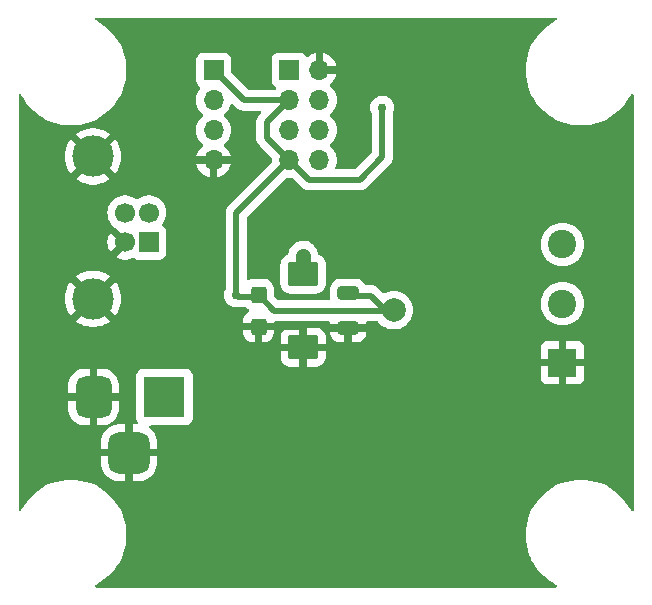
<source format=gbr>
%TF.GenerationSoftware,KiCad,Pcbnew,7.0.9-7.0.9~ubuntu20.04.1*%
%TF.CreationDate,2024-01-05T14:18:08+00:00*%
%TF.ProjectId,ESP01LEDDriver,45535030-314c-4454-9444-72697665722e,rev?*%
%TF.SameCoordinates,Original*%
%TF.FileFunction,Copper,L2,Bot*%
%TF.FilePolarity,Positive*%
%FSLAX46Y46*%
G04 Gerber Fmt 4.6, Leading zero omitted, Abs format (unit mm)*
G04 Created by KiCad (PCBNEW 7.0.9-7.0.9~ubuntu20.04.1) date 2024-01-05 14:18:08*
%MOMM*%
%LPD*%
G01*
G04 APERTURE LIST*
G04 Aperture macros list*
%AMRoundRect*
0 Rectangle with rounded corners*
0 $1 Rounding radius*
0 $2 $3 $4 $5 $6 $7 $8 $9 X,Y pos of 4 corners*
0 Add a 4 corners polygon primitive as box body*
4,1,4,$2,$3,$4,$5,$6,$7,$8,$9,$2,$3,0*
0 Add four circle primitives for the rounded corners*
1,1,$1+$1,$2,$3*
1,1,$1+$1,$4,$5*
1,1,$1+$1,$6,$7*
1,1,$1+$1,$8,$9*
0 Add four rect primitives between the rounded corners*
20,1,$1+$1,$2,$3,$4,$5,0*
20,1,$1+$1,$4,$5,$6,$7,0*
20,1,$1+$1,$6,$7,$8,$9,0*
20,1,$1+$1,$8,$9,$2,$3,0*%
G04 Aperture macros list end*
%TA.AperFunction,ComponentPad*%
%ADD10R,1.700000X1.700000*%
%TD*%
%TA.AperFunction,ComponentPad*%
%ADD11O,1.700000X1.700000*%
%TD*%
%TA.AperFunction,ComponentPad*%
%ADD12R,3.500000X3.500000*%
%TD*%
%TA.AperFunction,ComponentPad*%
%ADD13RoundRect,0.750000X-0.750000X-1.000000X0.750000X-1.000000X0.750000X1.000000X-0.750000X1.000000X0*%
%TD*%
%TA.AperFunction,ComponentPad*%
%ADD14RoundRect,0.875000X-0.875000X-0.875000X0.875000X-0.875000X0.875000X0.875000X-0.875000X0.875000X0*%
%TD*%
%TA.AperFunction,ComponentPad*%
%ADD15C,1.700000*%
%TD*%
%TA.AperFunction,ComponentPad*%
%ADD16C,3.500000*%
%TD*%
%TA.AperFunction,ComponentPad*%
%ADD17C,2.000000*%
%TD*%
%TA.AperFunction,ComponentPad*%
%ADD18R,2.400000X2.400000*%
%TD*%
%TA.AperFunction,ComponentPad*%
%ADD19C,2.400000*%
%TD*%
%TA.AperFunction,SMDPad,CuDef*%
%ADD20RoundRect,0.250000X-0.650000X0.325000X-0.650000X-0.325000X0.650000X-0.325000X0.650000X0.325000X0*%
%TD*%
%TA.AperFunction,SMDPad,CuDef*%
%ADD21RoundRect,0.250000X-0.425000X0.450000X-0.425000X-0.450000X0.425000X-0.450000X0.425000X0.450000X0*%
%TD*%
%TA.AperFunction,SMDPad,CuDef*%
%ADD22RoundRect,0.250000X-1.025000X0.787500X-1.025000X-0.787500X1.025000X-0.787500X1.025000X0.787500X0*%
%TD*%
%TA.AperFunction,ViaPad*%
%ADD23C,0.762000*%
%TD*%
%TA.AperFunction,Conductor*%
%ADD24C,1.270000*%
%TD*%
%TA.AperFunction,Conductor*%
%ADD25C,0.508000*%
%TD*%
G04 APERTURE END LIST*
D10*
%TO.P,J2,1,Pin_1*%
%TO.N,/UART_TX*%
X36258500Y-21590000D03*
D11*
%TO.P,J2,2,Pin_2*%
%TO.N,GND*%
X38798500Y-21590000D03*
%TO.P,J2,3,Pin_3*%
%TO.N,+3V3*%
X36258500Y-24130000D03*
%TO.P,J2,4,Pin_4*%
%TO.N,/GPIO2*%
X38798500Y-24130000D03*
%TO.P,J2,5,Pin_5*%
%TO.N,/RST*%
X36258500Y-26670000D03*
%TO.P,J2,6,Pin_6*%
%TO.N,/GPIO0*%
X38798500Y-26670000D03*
%TO.P,J2,7,Pin_7*%
%TO.N,+3V3*%
X36258500Y-29210000D03*
%TO.P,J2,8,Pin_8*%
%TO.N,/UART_RX*%
X38798500Y-29210000D03*
%TD*%
D12*
%TO.P,CON1,1*%
%TO.N,+5V*%
X25685000Y-49276000D03*
D13*
%TO.P,CON1,2*%
%TO.N,GND*%
X19685000Y-49276000D03*
D14*
%TO.P,CON1,3*%
X22685000Y-53976000D03*
%TD*%
D10*
%TO.P,J4,1,VBUS*%
%TO.N,+5V*%
X24357500Y-36175000D03*
D15*
%TO.P,J4,2,D-*%
%TO.N,unconnected-(J4-D--Pad2)*%
X24357500Y-33675000D03*
%TO.P,J4,3,D+*%
%TO.N,unconnected-(J4-D+-Pad3)*%
X22357500Y-33675000D03*
%TO.P,J4,4,GND*%
%TO.N,GND*%
X22357500Y-36175000D03*
D16*
%TO.P,J4,5,Shield*%
X19647500Y-40945000D03*
X19647500Y-28905000D03*
%TD*%
D10*
%TO.P,J1,1,Pin_1*%
%TO.N,+3V3*%
X29845000Y-21600000D03*
D11*
%TO.P,J1,2,Pin_2*%
%TO.N,/UART_TX*%
X29845000Y-24140000D03*
%TO.P,J1,3,Pin_3*%
%TO.N,/UART_RX*%
X29845000Y-26680000D03*
%TO.P,J1,4,Pin_4*%
%TO.N,GND*%
X29845000Y-29220000D03*
%TD*%
D17*
%TO.P,TP1,1,1*%
%TO.N,+3V3*%
X45085000Y-41910000D03*
%TD*%
D18*
%TO.P,J3,1,Pin_1*%
%TO.N,GND*%
X59390000Y-46355000D03*
D19*
%TO.P,J3,2,Pin_2*%
%TO.N,Net-(J3-Pin_2)*%
X59390000Y-41355000D03*
%TO.P,J3,3,Pin_3*%
%TO.N,+5V*%
X59390000Y-36355000D03*
%TD*%
D20*
%TO.P,C2,1*%
%TO.N,+3V3*%
X41235000Y-40475000D03*
%TO.P,C2,2*%
%TO.N,GND*%
X41235000Y-43425000D03*
%TD*%
D21*
%TO.P,C3,1*%
%TO.N,+3V3*%
X33655000Y-40600000D03*
%TO.P,C3,2*%
%TO.N,GND*%
X33655000Y-43300000D03*
%TD*%
D22*
%TO.P,C1,1*%
%TO.N,+5V*%
X37425000Y-38837500D03*
%TO.P,C1,2*%
%TO.N,GND*%
X37425000Y-45062500D03*
%TD*%
D23*
%TO.N,+5V*%
X37338000Y-37211000D03*
%TO.N,+3V3*%
X31750000Y-40640000D03*
X44132500Y-24765000D03*
%TO.N,GND*%
X39875000Y-59690000D03*
X47350000Y-55975000D03*
X37425000Y-43220000D03*
%TD*%
D24*
%TO.N,+5V*%
X37425000Y-38837500D02*
X37425000Y-37298000D01*
D25*
%TO.N,+3V3*%
X31750000Y-33718500D02*
X36258500Y-29210000D01*
X32385000Y-24130000D02*
X36131500Y-24130000D01*
X42227500Y-30861000D02*
X38798500Y-30861000D01*
X36258500Y-29210000D02*
X34353500Y-27305000D01*
X44410000Y-41950000D02*
X43140000Y-40680000D01*
X31877000Y-40767000D02*
X33655000Y-40767000D01*
X31750000Y-40640000D02*
X31877000Y-40767000D01*
X34353500Y-27305000D02*
X34353500Y-25971500D01*
X35005000Y-41950000D02*
X44410000Y-41950000D01*
X44132500Y-24765000D02*
X44132500Y-28956000D01*
X34353500Y-25971500D02*
X36195000Y-24130000D01*
X33655000Y-40600000D02*
X35005000Y-41950000D01*
X37909500Y-30861000D02*
X36258500Y-29210000D01*
X29845000Y-21590000D02*
X32385000Y-24130000D01*
X38798500Y-30861000D02*
X37909500Y-30861000D01*
X43140000Y-40680000D02*
X41235000Y-40680000D01*
X44132500Y-28956000D02*
X42227500Y-30861000D01*
X31750000Y-40640000D02*
X31750000Y-33718500D01*
%TO.N,GND*%
X37345000Y-43300000D02*
X37425000Y-43220000D01*
X33655000Y-43300000D02*
X37345000Y-43300000D01*
X37425000Y-45062500D02*
X37425000Y-43220000D01*
%TD*%
%TA.AperFunction,Conductor*%
%TO.N,GND*%
G36*
X58885364Y-17165002D02*
G01*
X58931857Y-17218658D01*
X58941961Y-17288932D01*
X58912467Y-17353512D01*
X58869523Y-17385238D01*
X58869548Y-17385288D01*
X58869574Y-17385335D01*
X58869571Y-17385336D01*
X58869632Y-17385457D01*
X58868393Y-17386073D01*
X58868134Y-17386264D01*
X58867484Y-17386551D01*
X58867021Y-17386756D01*
X58488139Y-17597792D01*
X58130326Y-17842899D01*
X57796648Y-18119981D01*
X57489981Y-18426648D01*
X57212899Y-18760326D01*
X56967792Y-19118139D01*
X56756756Y-19497021D01*
X56756753Y-19497028D01*
X56581569Y-19893780D01*
X56581563Y-19893796D01*
X56443741Y-20305003D01*
X56443732Y-20305035D01*
X56344440Y-20727198D01*
X56284520Y-21156748D01*
X56264490Y-21590000D01*
X56284520Y-22023251D01*
X56344440Y-22452801D01*
X56443732Y-22874964D01*
X56443741Y-22874996D01*
X56570143Y-23252131D01*
X56581567Y-23286214D01*
X56756265Y-23681867D01*
X56756753Y-23682971D01*
X56756756Y-23682978D01*
X56967792Y-24061860D01*
X57189387Y-24385350D01*
X57212902Y-24419677D01*
X57382567Y-24623997D01*
X57489981Y-24753351D01*
X57796648Y-25060018D01*
X57796653Y-25060022D01*
X57796655Y-25060024D01*
X58130323Y-25337098D01*
X58345321Y-25484375D01*
X58488139Y-25582207D01*
X58867021Y-25793243D01*
X58867025Y-25793244D01*
X58867031Y-25793248D01*
X59263786Y-25968433D01*
X59675013Y-26106262D01*
X60097202Y-26205560D01*
X60526753Y-26265480D01*
X60776529Y-26277027D01*
X60851629Y-26280500D01*
X60851634Y-26280500D01*
X61068371Y-26280500D01*
X61140152Y-26277181D01*
X61393247Y-26265480D01*
X61822798Y-26205560D01*
X62244987Y-26106262D01*
X62656214Y-25968433D01*
X63052969Y-25793248D01*
X63122609Y-25754459D01*
X63431860Y-25582207D01*
X63431860Y-25582206D01*
X63431867Y-25582203D01*
X63789677Y-25337098D01*
X64123345Y-25060024D01*
X64430024Y-24753345D01*
X64707098Y-24419677D01*
X64952203Y-24061867D01*
X65045339Y-23894657D01*
X65163243Y-23682978D01*
X65163243Y-23682977D01*
X65163248Y-23682969D01*
X65163735Y-23681865D01*
X65163886Y-23681686D01*
X65164543Y-23680368D01*
X65164663Y-23680428D01*
X65164665Y-23680426D01*
X65164711Y-23680451D01*
X65164864Y-23680528D01*
X65209545Y-23627628D01*
X65277408Y-23606767D01*
X65345776Y-23625907D01*
X65392943Y-23678970D01*
X65405000Y-23732757D01*
X65405000Y-58817242D01*
X65384998Y-58885363D01*
X65331342Y-58931856D01*
X65261068Y-58941960D01*
X65196488Y-58912466D01*
X65164759Y-58869524D01*
X65164711Y-58869548D01*
X65164665Y-58869574D01*
X65164663Y-58869571D01*
X65164543Y-58869632D01*
X65163931Y-58868402D01*
X65163739Y-58868143D01*
X65163247Y-58867029D01*
X65163243Y-58867021D01*
X64952207Y-58488139D01*
X64707100Y-58130326D01*
X64430018Y-57796648D01*
X64123351Y-57489981D01*
X63789673Y-57212899D01*
X63431860Y-56967792D01*
X63052978Y-56756756D01*
X63052971Y-56756753D01*
X62656219Y-56581569D01*
X62656203Y-56581563D01*
X62244996Y-56443741D01*
X62244995Y-56443740D01*
X62244987Y-56443738D01*
X62244976Y-56443735D01*
X62244964Y-56443732D01*
X61822800Y-56344440D01*
X61822801Y-56344440D01*
X61393251Y-56284520D01*
X61068371Y-56269500D01*
X61068366Y-56269500D01*
X60851634Y-56269500D01*
X60851629Y-56269500D01*
X60526748Y-56284520D01*
X60097198Y-56344440D01*
X59675035Y-56443732D01*
X59675017Y-56443737D01*
X59675013Y-56443738D01*
X59675009Y-56443739D01*
X59675003Y-56443741D01*
X59263796Y-56581563D01*
X59263780Y-56581569D01*
X58867028Y-56756753D01*
X58867021Y-56756756D01*
X58488139Y-56967792D01*
X58130326Y-57212899D01*
X57796648Y-57489981D01*
X57489981Y-57796648D01*
X57212899Y-58130326D01*
X56967792Y-58488139D01*
X56756756Y-58867021D01*
X56756753Y-58867028D01*
X56581569Y-59263780D01*
X56581563Y-59263796D01*
X56443741Y-59675003D01*
X56443732Y-59675035D01*
X56344440Y-60097198D01*
X56284520Y-60526748D01*
X56264490Y-60960000D01*
X56284520Y-61393251D01*
X56344440Y-61822801D01*
X56443732Y-62244964D01*
X56443741Y-62244996D01*
X56581563Y-62656203D01*
X56581569Y-62656219D01*
X56693663Y-62910087D01*
X56756265Y-63051867D01*
X56756753Y-63052971D01*
X56756756Y-63052978D01*
X56967792Y-63431860D01*
X56967797Y-63431867D01*
X57212902Y-63789677D01*
X57453894Y-64079893D01*
X57489981Y-64123351D01*
X57796648Y-64430018D01*
X57796653Y-64430022D01*
X57796655Y-64430024D01*
X58130323Y-64707098D01*
X58324574Y-64840163D01*
X58488139Y-64952207D01*
X58867021Y-65163243D01*
X58867025Y-65163245D01*
X58867031Y-65163248D01*
X58868134Y-65163735D01*
X58868313Y-65163886D01*
X58869632Y-65164543D01*
X58869571Y-65164663D01*
X58869574Y-65164665D01*
X58869548Y-65164711D01*
X58869471Y-65164864D01*
X58922372Y-65209545D01*
X58943233Y-65277408D01*
X58924093Y-65345776D01*
X58871030Y-65392943D01*
X58817243Y-65405000D01*
X19922757Y-65405000D01*
X19854636Y-65384998D01*
X19808143Y-65331342D01*
X19798039Y-65261068D01*
X19827533Y-65196488D01*
X19870476Y-65164761D01*
X19870451Y-65164711D01*
X19870426Y-65164665D01*
X19870428Y-65164663D01*
X19870368Y-65164543D01*
X19871606Y-65163926D01*
X19871865Y-65163735D01*
X19872969Y-65163248D01*
X20251867Y-64952203D01*
X20609677Y-64707098D01*
X20943345Y-64430024D01*
X21250024Y-64123345D01*
X21527098Y-63789677D01*
X21772203Y-63431867D01*
X21802444Y-63377575D01*
X21983243Y-63052978D01*
X21983243Y-63052977D01*
X21983248Y-63052969D01*
X22158433Y-62656214D01*
X22296262Y-62244987D01*
X22395560Y-61822798D01*
X22455480Y-61393247D01*
X22475510Y-60960000D01*
X22455480Y-60526753D01*
X22395560Y-60097202D01*
X22296262Y-59675013D01*
X22158433Y-59263786D01*
X21983248Y-58867031D01*
X21983244Y-58867025D01*
X21983243Y-58867021D01*
X21772207Y-58488139D01*
X21527100Y-58130326D01*
X21250018Y-57796648D01*
X20943351Y-57489981D01*
X20609673Y-57212899D01*
X20251860Y-56967792D01*
X19872978Y-56756756D01*
X19872971Y-56756753D01*
X19476219Y-56581569D01*
X19476203Y-56581563D01*
X19064996Y-56443741D01*
X19064995Y-56443740D01*
X19064987Y-56443738D01*
X19064976Y-56443735D01*
X19064964Y-56443732D01*
X18642800Y-56344440D01*
X18642801Y-56344440D01*
X18213251Y-56284520D01*
X17888371Y-56269500D01*
X17888366Y-56269500D01*
X17671634Y-56269500D01*
X17671629Y-56269500D01*
X17346748Y-56284520D01*
X16917198Y-56344440D01*
X16495035Y-56443732D01*
X16495017Y-56443737D01*
X16495013Y-56443738D01*
X16495009Y-56443739D01*
X16495003Y-56443741D01*
X16083796Y-56581563D01*
X16083780Y-56581569D01*
X15687028Y-56756753D01*
X15687021Y-56756756D01*
X15308139Y-56967792D01*
X14950326Y-57212899D01*
X14616648Y-57489981D01*
X14309981Y-57796648D01*
X14032899Y-58130326D01*
X13787792Y-58488139D01*
X13576756Y-58867021D01*
X13576752Y-58867029D01*
X13576261Y-58868143D01*
X13576108Y-58868323D01*
X13575457Y-58869632D01*
X13575336Y-58869571D01*
X13575335Y-58869574D01*
X13575288Y-58869548D01*
X13575137Y-58869472D01*
X13530445Y-58922377D01*
X13462580Y-58943232D01*
X13394214Y-58924086D01*
X13347052Y-58871018D01*
X13335000Y-58817242D01*
X13335000Y-54920583D01*
X20300000Y-54920583D01*
X20310114Y-55063842D01*
X20310115Y-55063853D01*
X20363682Y-55301690D01*
X20454705Y-55527856D01*
X20580832Y-55736497D01*
X20738794Y-55922205D01*
X20924502Y-56080167D01*
X21133143Y-56206294D01*
X21359309Y-56297317D01*
X21597146Y-56350884D01*
X21597157Y-56350885D01*
X21740417Y-56361000D01*
X22367500Y-56361000D01*
X22367500Y-54476000D01*
X23002500Y-54476000D01*
X23002500Y-56361000D01*
X23629583Y-56361000D01*
X23772842Y-56350885D01*
X23772853Y-56350884D01*
X24010690Y-56297317D01*
X24236856Y-56206294D01*
X24445497Y-56080167D01*
X24631205Y-55922205D01*
X24789167Y-55736497D01*
X24915294Y-55527856D01*
X25006317Y-55301690D01*
X25059884Y-55063853D01*
X25059885Y-55063842D01*
X25070000Y-54920583D01*
X25070000Y-54293500D01*
X24075307Y-54293500D01*
X24144493Y-54185844D01*
X24185000Y-54047889D01*
X24185000Y-53904111D01*
X24144493Y-53766156D01*
X24075307Y-53658500D01*
X25070000Y-53658500D01*
X25070000Y-53031417D01*
X25059885Y-52888157D01*
X25059884Y-52888146D01*
X25006317Y-52650309D01*
X24915294Y-52424143D01*
X24789167Y-52215502D01*
X24631205Y-52029794D01*
X24459185Y-51883475D01*
X24420256Y-51824103D01*
X24419606Y-51753109D01*
X24457441Y-51693034D01*
X24521749Y-51662951D01*
X24540811Y-51661499D01*
X27499180Y-51661499D01*
X27499181Y-51661499D01*
X27511188Y-51660554D01*
X27535204Y-51658665D01*
X27689393Y-51613869D01*
X27827598Y-51532135D01*
X27941135Y-51418598D01*
X28022869Y-51280393D01*
X28067665Y-51126204D01*
X28070500Y-51090181D01*
X28070499Y-47619131D01*
X57555000Y-47619131D01*
X57557832Y-47655118D01*
X57557834Y-47655130D01*
X57602595Y-47809197D01*
X57684261Y-47947285D01*
X57684266Y-47947292D01*
X57797707Y-48060733D01*
X57797714Y-48060738D01*
X57935802Y-48142404D01*
X58089869Y-48187165D01*
X58089881Y-48187167D01*
X58125869Y-48190000D01*
X59072500Y-48190000D01*
X59072500Y-46867656D01*
X59087412Y-46879099D01*
X59233369Y-46939556D01*
X59350677Y-46955000D01*
X59429323Y-46955000D01*
X59546631Y-46939556D01*
X59692588Y-46879099D01*
X59707500Y-46867656D01*
X59707500Y-48190000D01*
X60654131Y-48190000D01*
X60690118Y-48187167D01*
X60690130Y-48187165D01*
X60844197Y-48142404D01*
X60982285Y-48060738D01*
X60982292Y-48060733D01*
X61095733Y-47947292D01*
X61095738Y-47947285D01*
X61177404Y-47809197D01*
X61222165Y-47655130D01*
X61222167Y-47655118D01*
X61225000Y-47619131D01*
X61225000Y-46672500D01*
X59902657Y-46672500D01*
X59914099Y-46657589D01*
X59974556Y-46511631D01*
X59995177Y-46355000D01*
X59974556Y-46198369D01*
X59914099Y-46052412D01*
X59902657Y-46037500D01*
X61225000Y-46037500D01*
X61225000Y-45090869D01*
X61222167Y-45054881D01*
X61222165Y-45054869D01*
X61177404Y-44900802D01*
X61095738Y-44762714D01*
X61095733Y-44762707D01*
X60982292Y-44649266D01*
X60982285Y-44649261D01*
X60844197Y-44567595D01*
X60690130Y-44522834D01*
X60690118Y-44522832D01*
X60654131Y-44520000D01*
X59707500Y-44520000D01*
X59707500Y-45842343D01*
X59692588Y-45830901D01*
X59546631Y-45770444D01*
X59429323Y-45755000D01*
X59350677Y-45755000D01*
X59233369Y-45770444D01*
X59087412Y-45830901D01*
X59072500Y-45842343D01*
X59072500Y-44520000D01*
X58125869Y-44520000D01*
X58089881Y-44522832D01*
X58089869Y-44522834D01*
X57935802Y-44567595D01*
X57797714Y-44649261D01*
X57797707Y-44649266D01*
X57684266Y-44762707D01*
X57684261Y-44762714D01*
X57602595Y-44900802D01*
X57557834Y-45054869D01*
X57557832Y-45054881D01*
X57555000Y-45090869D01*
X57555000Y-46037500D01*
X58877343Y-46037500D01*
X58865901Y-46052411D01*
X58805444Y-46198369D01*
X58784823Y-46355000D01*
X58805444Y-46511631D01*
X58865901Y-46657588D01*
X58877343Y-46672500D01*
X57555000Y-46672500D01*
X57555000Y-47619131D01*
X28070499Y-47619131D01*
X28070499Y-47461820D01*
X28067665Y-47425796D01*
X28022869Y-47271607D01*
X27941135Y-47133402D01*
X27941133Y-47133400D01*
X27941130Y-47133396D01*
X27827603Y-47019869D01*
X27827599Y-47019866D01*
X27827598Y-47019865D01*
X27689393Y-46938131D01*
X27612298Y-46915733D01*
X27535202Y-46893334D01*
X27499184Y-46890500D01*
X27499181Y-46890500D01*
X24777910Y-46890500D01*
X23870819Y-46890501D01*
X23834797Y-46893334D01*
X23680604Y-46938132D01*
X23542400Y-47019866D01*
X23542396Y-47019869D01*
X23428869Y-47133396D01*
X23428866Y-47133400D01*
X23347132Y-47271604D01*
X23302334Y-47425797D01*
X23299500Y-47461816D01*
X23299501Y-51090181D01*
X23302334Y-51126202D01*
X23347132Y-51280397D01*
X23418375Y-51400861D01*
X23435835Y-51469677D01*
X23413318Y-51537008D01*
X23357974Y-51581477D01*
X23309922Y-51591000D01*
X23002500Y-51591000D01*
X23002500Y-53476000D01*
X22367500Y-53476000D01*
X22367500Y-51591000D01*
X21740417Y-51591000D01*
X21597157Y-51601114D01*
X21597146Y-51601115D01*
X21359307Y-51654682D01*
X21225657Y-51708471D01*
X21154995Y-51715348D01*
X21124677Y-51699788D01*
X21123349Y-51719437D01*
X21081022Y-51776437D01*
X21070309Y-51783689D01*
X20924504Y-51871831D01*
X20738794Y-52029794D01*
X20580832Y-52215502D01*
X20454705Y-52424143D01*
X20363682Y-52650309D01*
X20310115Y-52888146D01*
X20310114Y-52888157D01*
X20300000Y-53031417D01*
X20300000Y-53658500D01*
X21294693Y-53658500D01*
X21225507Y-53766156D01*
X21185000Y-53904111D01*
X21185000Y-54047889D01*
X21225507Y-54185844D01*
X21294693Y-54293500D01*
X20300000Y-54293500D01*
X20300000Y-54920583D01*
X13335000Y-54920583D01*
X13335000Y-48958500D01*
X17550000Y-48958500D01*
X19185000Y-48958500D01*
X19185000Y-49593500D01*
X17550001Y-49593500D01*
X17550001Y-50370269D01*
X17552814Y-50423250D01*
X17597582Y-50654727D01*
X17680823Y-50875301D01*
X17680825Y-50875306D01*
X17800144Y-51078636D01*
X17952115Y-51258884D01*
X18132363Y-51410855D01*
X18335693Y-51530174D01*
X18335698Y-51530176D01*
X18556272Y-51613417D01*
X18787749Y-51658185D01*
X18840728Y-51660999D01*
X19367500Y-51660999D01*
X19367500Y-50666307D01*
X19475156Y-50735493D01*
X19613111Y-50776000D01*
X19756889Y-50776000D01*
X19894844Y-50735493D01*
X20002500Y-50666307D01*
X20002500Y-51660999D01*
X20529269Y-51660999D01*
X20582250Y-51658185D01*
X20813727Y-51613417D01*
X20960636Y-51557976D01*
X21031431Y-51552638D01*
X21058700Y-51567391D01*
X21059470Y-51550588D01*
X21100547Y-51492681D01*
X21114845Y-51482911D01*
X21237636Y-51410855D01*
X21417884Y-51258884D01*
X21569855Y-51078636D01*
X21689174Y-50875306D01*
X21689176Y-50875301D01*
X21772417Y-50654727D01*
X21817185Y-50423250D01*
X21820000Y-50370271D01*
X21820000Y-49593500D01*
X20185000Y-49593500D01*
X20185000Y-48958500D01*
X21819999Y-48958500D01*
X21819999Y-48181731D01*
X21817185Y-48128749D01*
X21772417Y-47897272D01*
X21689176Y-47676698D01*
X21689174Y-47676693D01*
X21569855Y-47473363D01*
X21417884Y-47293115D01*
X21237636Y-47141144D01*
X21034306Y-47021825D01*
X21034301Y-47021823D01*
X20813727Y-46938582D01*
X20582250Y-46893814D01*
X20529271Y-46891000D01*
X20002500Y-46891000D01*
X20002500Y-47885692D01*
X19894844Y-47816507D01*
X19756889Y-47776000D01*
X19613111Y-47776000D01*
X19475156Y-47816507D01*
X19367500Y-47885692D01*
X19367500Y-46891000D01*
X18840731Y-46891001D01*
X18787749Y-46893814D01*
X18556272Y-46938582D01*
X18335698Y-47021823D01*
X18335693Y-47021825D01*
X18132363Y-47141144D01*
X17952115Y-47293115D01*
X17800144Y-47473363D01*
X17680825Y-47676693D01*
X17680823Y-47676698D01*
X17597582Y-47897272D01*
X17552814Y-48128749D01*
X17550000Y-48181729D01*
X17550000Y-48958500D01*
X13335000Y-48958500D01*
X13335000Y-45380000D01*
X35515000Y-45380000D01*
X35515000Y-45911945D01*
X35521082Y-45989210D01*
X35569230Y-46168902D01*
X35653687Y-46334658D01*
X35653688Y-46334661D01*
X35770763Y-46479236D01*
X35915338Y-46596311D01*
X35915341Y-46596312D01*
X36081097Y-46680769D01*
X36260789Y-46728917D01*
X36338055Y-46735000D01*
X37107500Y-46735000D01*
X37107500Y-45380000D01*
X37742500Y-45380000D01*
X37742500Y-46735000D01*
X38511945Y-46735000D01*
X38589210Y-46728917D01*
X38768902Y-46680769D01*
X38934658Y-46596312D01*
X38934661Y-46596311D01*
X39079236Y-46479236D01*
X39196311Y-46334661D01*
X39196312Y-46334658D01*
X39280769Y-46168902D01*
X39328917Y-45989210D01*
X39335000Y-45911945D01*
X39335000Y-45380000D01*
X37742500Y-45380000D01*
X37107500Y-45380000D01*
X35515000Y-45380000D01*
X13335000Y-45380000D01*
X13335000Y-44745000D01*
X35515000Y-44745000D01*
X37107500Y-44745000D01*
X37107500Y-43390000D01*
X37742500Y-43390000D01*
X37742500Y-44745000D01*
X39335000Y-44745000D01*
X39335000Y-44213055D01*
X39328917Y-44135789D01*
X39280769Y-43956097D01*
X39196312Y-43790341D01*
X39196311Y-43790338D01*
X39157572Y-43742500D01*
X39700000Y-43742500D01*
X39700000Y-43811945D01*
X39706082Y-43889210D01*
X39754230Y-44068902D01*
X39838687Y-44234658D01*
X39838688Y-44234661D01*
X39955763Y-44379236D01*
X40100338Y-44496311D01*
X40100341Y-44496312D01*
X40266097Y-44580769D01*
X40445789Y-44628917D01*
X40523055Y-44635000D01*
X40917500Y-44635000D01*
X40917500Y-43742500D01*
X41552500Y-43742500D01*
X41552500Y-44635000D01*
X41946945Y-44635000D01*
X42024210Y-44628917D01*
X42203902Y-44580769D01*
X42369658Y-44496312D01*
X42369661Y-44496311D01*
X42514236Y-44379236D01*
X42631311Y-44234661D01*
X42631312Y-44234658D01*
X42715769Y-44068902D01*
X42763917Y-43889210D01*
X42770000Y-43811945D01*
X42770000Y-43742500D01*
X41552500Y-43742500D01*
X40917500Y-43742500D01*
X39700000Y-43742500D01*
X39157572Y-43742500D01*
X39079236Y-43645763D01*
X38934661Y-43528688D01*
X38934658Y-43528687D01*
X38768902Y-43444230D01*
X38589210Y-43396082D01*
X38511945Y-43390000D01*
X37742500Y-43390000D01*
X37107500Y-43390000D01*
X36338055Y-43390000D01*
X36260789Y-43396082D01*
X36081097Y-43444230D01*
X35915341Y-43528687D01*
X35915338Y-43528688D01*
X35770763Y-43645763D01*
X35653688Y-43790338D01*
X35653687Y-43790341D01*
X35569230Y-43956097D01*
X35521082Y-44135789D01*
X35515000Y-44213055D01*
X35515000Y-44745000D01*
X13335000Y-44745000D01*
X13335000Y-43617500D01*
X32345000Y-43617500D01*
X32345000Y-43811945D01*
X32351082Y-43889210D01*
X32399230Y-44068902D01*
X32483687Y-44234658D01*
X32483688Y-44234661D01*
X32600763Y-44379236D01*
X32745338Y-44496311D01*
X32745341Y-44496312D01*
X32911097Y-44580769D01*
X33090789Y-44628917D01*
X33168055Y-44635000D01*
X33337500Y-44635000D01*
X33337500Y-43617500D01*
X33972500Y-43617500D01*
X33972500Y-44635000D01*
X34141945Y-44635000D01*
X34219210Y-44628917D01*
X34398902Y-44580769D01*
X34564658Y-44496312D01*
X34564661Y-44496311D01*
X34709236Y-44379236D01*
X34826311Y-44234661D01*
X34826312Y-44234658D01*
X34910769Y-44068902D01*
X34958917Y-43889210D01*
X34965000Y-43811945D01*
X34965000Y-43617500D01*
X33972500Y-43617500D01*
X33337500Y-43617500D01*
X32345000Y-43617500D01*
X13335000Y-43617500D01*
X13335000Y-40945005D01*
X17257784Y-40945005D01*
X17276627Y-41244505D01*
X17332860Y-41539295D01*
X17332863Y-41539307D01*
X17425597Y-41824710D01*
X17425601Y-41824719D01*
X17553373Y-42096249D01*
X17553374Y-42096251D01*
X17714178Y-42349638D01*
X17750247Y-42393238D01*
X17750248Y-42393239D01*
X18629539Y-41513948D01*
X18713827Y-41650077D01*
X18859282Y-41809634D01*
X19031579Y-41939746D01*
X19078433Y-41963076D01*
X18200092Y-42841417D01*
X18200092Y-42841418D01*
X18367023Y-42962702D01*
X18630008Y-43107279D01*
X18909031Y-43217753D01*
X18909049Y-43217758D01*
X19199697Y-43292384D01*
X19199724Y-43292389D01*
X19497433Y-43329998D01*
X19497452Y-43330000D01*
X19797548Y-43330000D01*
X19797566Y-43329998D01*
X20095275Y-43292389D01*
X20095302Y-43292384D01*
X20385950Y-43217758D01*
X20385968Y-43217753D01*
X20664991Y-43107279D01*
X20927975Y-42962702D01*
X21094906Y-42841419D01*
X21094906Y-42841417D01*
X20216566Y-41963077D01*
X20263421Y-41939746D01*
X20435718Y-41809634D01*
X20581173Y-41650077D01*
X20665459Y-41513948D01*
X21544750Y-42393239D01*
X21580824Y-42349635D01*
X21580825Y-42349633D01*
X21741618Y-42096263D01*
X21741626Y-42096249D01*
X21869398Y-41824719D01*
X21869402Y-41824710D01*
X21962136Y-41539307D01*
X21962139Y-41539295D01*
X22018372Y-41244505D01*
X22037216Y-40945005D01*
X22037216Y-40944994D01*
X22018372Y-40645494D01*
X21962139Y-40350704D01*
X21962136Y-40350692D01*
X21869402Y-40065289D01*
X21869398Y-40065280D01*
X21741626Y-39793750D01*
X21741618Y-39793736D01*
X21580823Y-39540363D01*
X21580820Y-39540359D01*
X21544750Y-39496759D01*
X20665459Y-40376050D01*
X20581173Y-40239923D01*
X20435718Y-40080366D01*
X20263421Y-39950254D01*
X20216565Y-39926922D01*
X21094906Y-39048581D01*
X21094906Y-39048579D01*
X20927980Y-38927300D01*
X20664991Y-38782720D01*
X20385968Y-38672246D01*
X20385950Y-38672241D01*
X20095302Y-38597615D01*
X20095275Y-38597610D01*
X19797566Y-38560001D01*
X19797548Y-38560000D01*
X19497452Y-38560000D01*
X19497433Y-38560001D01*
X19199724Y-38597610D01*
X19199697Y-38597615D01*
X18909049Y-38672241D01*
X18909031Y-38672246D01*
X18630008Y-38782720D01*
X18367023Y-38927297D01*
X18200092Y-39048579D01*
X18200092Y-39048581D01*
X19078434Y-39926922D01*
X19031579Y-39950254D01*
X18859282Y-40080366D01*
X18713827Y-40239923D01*
X18629540Y-40376051D01*
X17750248Y-39496759D01*
X17750247Y-39496759D01*
X17714177Y-39540361D01*
X17714175Y-39540364D01*
X17553381Y-39793736D01*
X17553373Y-39793750D01*
X17425601Y-40065280D01*
X17425597Y-40065289D01*
X17332863Y-40350692D01*
X17332860Y-40350704D01*
X17276627Y-40645494D01*
X17257784Y-40944994D01*
X17257784Y-40945005D01*
X13335000Y-40945005D01*
X13335000Y-33675000D01*
X20866909Y-33675000D01*
X20877136Y-33798424D01*
X20887240Y-33920350D01*
X20947671Y-34158990D01*
X20947674Y-34158997D01*
X21046563Y-34384442D01*
X21181213Y-34590540D01*
X21347943Y-34771657D01*
X21347948Y-34771661D01*
X21347950Y-34771663D01*
X21542224Y-34922873D01*
X21552584Y-34928479D01*
X21581712Y-34950199D01*
X22346513Y-35715000D01*
X22323026Y-35715000D01*
X22220381Y-35730471D01*
X22095446Y-35790637D01*
X21993795Y-35884955D01*
X21924461Y-36005045D01*
X21893605Y-36140236D01*
X21895215Y-36161727D01*
X21107179Y-35373691D01*
X21107179Y-35373692D01*
X21047009Y-35465790D01*
X21047003Y-35465801D01*
X20948149Y-35691165D01*
X20948146Y-35691172D01*
X20887735Y-35929731D01*
X20867411Y-36175000D01*
X20887735Y-36420268D01*
X20948146Y-36658827D01*
X20948149Y-36658834D01*
X21047003Y-36884198D01*
X21047010Y-36884212D01*
X21107178Y-36976306D01*
X21107179Y-36976306D01*
X21897065Y-36186420D01*
X21903967Y-36278516D01*
X21954628Y-36407598D01*
X22041086Y-36516013D01*
X22155659Y-36594127D01*
X22288166Y-36635000D01*
X22346511Y-36635000D01*
X21553244Y-37428266D01*
X21553244Y-37428268D01*
X21758938Y-37539583D01*
X21758940Y-37539585D01*
X21991700Y-37619491D01*
X21991707Y-37619493D01*
X22234453Y-37660000D01*
X22480547Y-37660000D01*
X22723292Y-37619493D01*
X22723299Y-37619491D01*
X22956058Y-37539585D01*
X22956063Y-37539583D01*
X22983770Y-37524588D01*
X23053200Y-37509755D01*
X23106456Y-37529845D01*
X23108080Y-37527100D01*
X23114900Y-37531133D01*
X23114902Y-37531135D01*
X23253107Y-37612869D01*
X23407296Y-37657665D01*
X23416301Y-37658373D01*
X23443316Y-37660500D01*
X23443318Y-37660499D01*
X23443319Y-37660500D01*
X24814589Y-37660499D01*
X25271681Y-37660499D01*
X25283688Y-37659554D01*
X25307704Y-37657665D01*
X25461893Y-37612869D01*
X25600098Y-37531135D01*
X25713635Y-37417598D01*
X25795369Y-37279393D01*
X25840165Y-37125204D01*
X25843000Y-37089181D01*
X25842999Y-35260820D01*
X25840165Y-35224796D01*
X25795369Y-35070607D01*
X25713635Y-34932402D01*
X25713633Y-34932400D01*
X25713630Y-34932396D01*
X25600103Y-34818869D01*
X25600099Y-34818866D01*
X25600098Y-34818865D01*
X25555068Y-34792234D01*
X25506617Y-34740342D01*
X25493912Y-34670491D01*
X25520988Y-34604861D01*
X25526480Y-34598476D01*
X25533786Y-34590540D01*
X25668436Y-34384443D01*
X25767327Y-34158994D01*
X25827761Y-33920343D01*
X25848091Y-33675000D01*
X25827761Y-33429657D01*
X25816676Y-33385881D01*
X25767328Y-33191009D01*
X25767325Y-33191002D01*
X25737277Y-33122500D01*
X25668436Y-32965557D01*
X25533786Y-32759459D01*
X25367056Y-32578342D01*
X25357498Y-32570903D01*
X25172776Y-32427127D01*
X25172775Y-32427126D01*
X25073433Y-32373365D01*
X24956264Y-32309957D01*
X24956262Y-32309956D01*
X24956261Y-32309955D01*
X24723422Y-32230022D01*
X24723415Y-32230020D01*
X24619493Y-32212678D01*
X24480592Y-32189500D01*
X24234408Y-32189500D01*
X24112885Y-32209778D01*
X23991584Y-32230020D01*
X23991577Y-32230022D01*
X23758738Y-32309955D01*
X23758736Y-32309956D01*
X23542218Y-32427130D01*
X23434890Y-32510667D01*
X23368848Y-32536723D01*
X23299202Y-32522937D01*
X23280110Y-32510667D01*
X23172781Y-32427130D01*
X23172777Y-32427127D01*
X23172776Y-32427127D01*
X23088199Y-32381356D01*
X22956263Y-32309956D01*
X22956261Y-32309955D01*
X22723422Y-32230022D01*
X22723415Y-32230020D01*
X22619493Y-32212678D01*
X22480592Y-32189500D01*
X22234408Y-32189500D01*
X22112885Y-32209778D01*
X21991584Y-32230020D01*
X21991577Y-32230022D01*
X21758738Y-32309955D01*
X21758736Y-32309957D01*
X21542224Y-32427126D01*
X21542223Y-32427127D01*
X21347943Y-32578342D01*
X21181213Y-32759459D01*
X21046563Y-32965557D01*
X20947674Y-33191002D01*
X20947671Y-33191009D01*
X20887240Y-33429649D01*
X20887239Y-33429655D01*
X20887239Y-33429657D01*
X20866909Y-33675000D01*
X13335000Y-33675000D01*
X13335000Y-28905005D01*
X17257784Y-28905005D01*
X17276627Y-29204505D01*
X17332860Y-29499295D01*
X17332863Y-29499307D01*
X17425597Y-29784710D01*
X17425601Y-29784719D01*
X17553373Y-30056249D01*
X17553374Y-30056251D01*
X17714178Y-30309638D01*
X17750247Y-30353238D01*
X17750248Y-30353239D01*
X18629539Y-29473948D01*
X18713827Y-29610077D01*
X18859282Y-29769634D01*
X19031579Y-29899746D01*
X19078433Y-29923076D01*
X18200092Y-30801417D01*
X18200092Y-30801418D01*
X18367023Y-30922702D01*
X18630008Y-31067279D01*
X18909031Y-31177753D01*
X18909049Y-31177758D01*
X19199697Y-31252384D01*
X19199724Y-31252389D01*
X19497433Y-31289998D01*
X19497452Y-31290000D01*
X19797548Y-31290000D01*
X19797566Y-31289998D01*
X20095275Y-31252389D01*
X20095302Y-31252384D01*
X20385950Y-31177758D01*
X20385968Y-31177753D01*
X20664991Y-31067279D01*
X20927975Y-30922702D01*
X21094906Y-30801419D01*
X21094906Y-30801417D01*
X20216566Y-29923077D01*
X20263421Y-29899746D01*
X20435718Y-29769634D01*
X20581173Y-29610077D01*
X20665459Y-29473948D01*
X21544750Y-30353239D01*
X21580824Y-30309635D01*
X21580825Y-30309633D01*
X21741618Y-30056263D01*
X21741626Y-30056249D01*
X21869398Y-29784719D01*
X21869402Y-29784710D01*
X21962136Y-29499307D01*
X21962139Y-29499295D01*
X22018372Y-29204505D01*
X22037216Y-28905005D01*
X22037216Y-28904994D01*
X22018372Y-28605494D01*
X21962139Y-28310704D01*
X21962136Y-28310692D01*
X21869402Y-28025289D01*
X21869398Y-28025280D01*
X21741626Y-27753750D01*
X21741618Y-27753736D01*
X21580823Y-27500363D01*
X21580820Y-27500359D01*
X21544750Y-27456759D01*
X20665459Y-28336050D01*
X20581173Y-28199923D01*
X20435718Y-28040366D01*
X20263421Y-27910254D01*
X20216565Y-27886922D01*
X21094906Y-27008581D01*
X21094906Y-27008579D01*
X20927980Y-26887300D01*
X20664991Y-26742720D01*
X20506580Y-26680000D01*
X28354409Y-26680000D01*
X28373910Y-26915343D01*
X28374740Y-26925350D01*
X28435171Y-27163990D01*
X28435174Y-27163997D01*
X28534063Y-27389442D01*
X28668713Y-27595540D01*
X28835443Y-27776657D01*
X28835448Y-27776661D01*
X28835450Y-27776663D01*
X28930811Y-27850886D01*
X28972281Y-27908509D01*
X28976015Y-27979408D01*
X28940825Y-28041070D01*
X28930811Y-28049747D01*
X28835791Y-28123705D01*
X28835790Y-28123705D01*
X28669107Y-28304771D01*
X28534508Y-28510793D01*
X28534501Y-28510805D01*
X28435649Y-28736165D01*
X28435647Y-28736169D01*
X28393526Y-28902499D01*
X28393527Y-28902500D01*
X29454693Y-28902500D01*
X29385507Y-29010156D01*
X29345000Y-29148111D01*
X29345000Y-29291889D01*
X29385507Y-29429844D01*
X29454693Y-29537500D01*
X28393527Y-29537500D01*
X28435647Y-29703830D01*
X28435649Y-29703834D01*
X28534501Y-29929194D01*
X28534508Y-29929206D01*
X28669107Y-30135228D01*
X28835790Y-30316293D01*
X29029998Y-30467452D01*
X29029999Y-30467453D01*
X29246438Y-30584584D01*
X29246440Y-30584585D01*
X29479200Y-30664491D01*
X29479209Y-30664493D01*
X29527500Y-30672551D01*
X29527500Y-29606479D01*
X29571900Y-29644952D01*
X29702685Y-29704680D01*
X29809237Y-29720000D01*
X29880763Y-29720000D01*
X29987315Y-29704680D01*
X30118100Y-29644952D01*
X30162500Y-29606479D01*
X30162500Y-30672550D01*
X30210790Y-30664493D01*
X30210799Y-30664491D01*
X30443559Y-30584585D01*
X30443561Y-30584584D01*
X30660000Y-30467453D01*
X30660001Y-30467452D01*
X30854209Y-30316293D01*
X31020892Y-30135228D01*
X31155491Y-29929206D01*
X31155498Y-29929194D01*
X31254350Y-29703834D01*
X31254352Y-29703830D01*
X31296473Y-29537500D01*
X30235307Y-29537500D01*
X30304493Y-29429844D01*
X30345000Y-29291889D01*
X30345000Y-29148111D01*
X30304493Y-29010156D01*
X30235307Y-28902500D01*
X31296473Y-28902500D01*
X31296473Y-28902499D01*
X31254352Y-28736169D01*
X31254350Y-28736165D01*
X31155498Y-28510805D01*
X31155491Y-28510793D01*
X31020892Y-28304771D01*
X30854209Y-28123705D01*
X30854203Y-28123700D01*
X30759189Y-28049747D01*
X30717718Y-27992122D01*
X30713985Y-27921224D01*
X30749175Y-27859562D01*
X30759179Y-27850892D01*
X30854550Y-27776663D01*
X30863761Y-27766658D01*
X31021286Y-27595540D01*
X31052431Y-27547869D01*
X31155936Y-27389443D01*
X31254827Y-27163994D01*
X31315261Y-26925343D01*
X31335591Y-26680000D01*
X31315261Y-26434657D01*
X31272420Y-26265479D01*
X31254828Y-26196009D01*
X31254825Y-26196002D01*
X31250440Y-26186006D01*
X31155936Y-25970557D01*
X31108466Y-25897899D01*
X31021286Y-25764459D01*
X30854556Y-25583342D01*
X30854550Y-25583337D01*
X30759594Y-25509429D01*
X30718125Y-25451807D01*
X30714391Y-25380908D01*
X30749581Y-25319246D01*
X30759585Y-25310576D01*
X30854550Y-25236663D01*
X30863761Y-25226658D01*
X31021286Y-25055540D01*
X31046313Y-25017233D01*
X31155936Y-24849443D01*
X31254827Y-24623994D01*
X31274391Y-24546734D01*
X31310502Y-24485610D01*
X31373929Y-24453711D01*
X31444533Y-24461167D01*
X31485630Y-24488572D01*
X31699508Y-24702450D01*
X31712349Y-24717484D01*
X31720332Y-24728472D01*
X31746958Y-24752445D01*
X31771307Y-24774369D01*
X31773662Y-24776604D01*
X31788994Y-24791936D01*
X31788998Y-24791940D01*
X31799060Y-24800088D01*
X31805842Y-24805579D01*
X31808316Y-24807692D01*
X31843578Y-24839442D01*
X31859286Y-24853586D01*
X31871037Y-24860370D01*
X31887327Y-24871565D01*
X31897875Y-24880106D01*
X31897879Y-24880109D01*
X31958949Y-24911225D01*
X31961817Y-24912782D01*
X32021215Y-24947075D01*
X32034122Y-24951268D01*
X32052385Y-24958834D01*
X32063036Y-24964261D01*
X32064475Y-24964994D01*
X32130732Y-24982747D01*
X32133810Y-24983659D01*
X32199044Y-25004855D01*
X32209189Y-25005921D01*
X32212530Y-25006272D01*
X32231977Y-25009876D01*
X32241367Y-25012392D01*
X32245084Y-25013388D01*
X32313554Y-25016975D01*
X32316796Y-25017230D01*
X32338380Y-25019500D01*
X32360063Y-25019500D01*
X32363333Y-25019585D01*
X32427259Y-25022935D01*
X32431808Y-25023174D01*
X32431808Y-25023173D01*
X32431809Y-25023174D01*
X32439488Y-25021957D01*
X32445214Y-25021051D01*
X32464924Y-25019500D01*
X33743365Y-25019500D01*
X33811486Y-25039502D01*
X33857979Y-25093158D01*
X33868083Y-25163432D01*
X33838589Y-25228012D01*
X33832460Y-25234596D01*
X33781040Y-25286015D01*
X33766013Y-25298850D01*
X33755029Y-25306831D01*
X33709165Y-25357767D01*
X33706898Y-25360157D01*
X33691565Y-25375491D01*
X33691557Y-25375500D01*
X33677912Y-25392348D01*
X33675774Y-25394852D01*
X33629918Y-25445781D01*
X33629910Y-25445792D01*
X33623126Y-25457542D01*
X33611931Y-25473831D01*
X33603393Y-25484374D01*
X33572273Y-25545450D01*
X33570699Y-25548348D01*
X33536425Y-25607714D01*
X33536423Y-25607717D01*
X33532231Y-25620620D01*
X33524668Y-25638881D01*
X33518507Y-25650973D01*
X33500761Y-25717196D01*
X33499825Y-25720358D01*
X33478644Y-25785542D01*
X33477226Y-25799038D01*
X33473625Y-25818468D01*
X33470110Y-25831587D01*
X33466524Y-25900034D01*
X33466265Y-25903322D01*
X33464000Y-25924871D01*
X33464000Y-25946555D01*
X33463914Y-25949827D01*
X33462593Y-25975046D01*
X33460325Y-26018307D01*
X33462449Y-26031712D01*
X33464000Y-26051424D01*
X33464000Y-27225074D01*
X33462449Y-27244784D01*
X33460325Y-27258190D01*
X33462467Y-27299055D01*
X33463914Y-27326671D01*
X33464000Y-27329944D01*
X33464000Y-27351624D01*
X33466265Y-27373175D01*
X33466524Y-27376464D01*
X33470110Y-27444908D01*
X33470111Y-27444919D01*
X33473625Y-27458033D01*
X33477226Y-27477463D01*
X33478644Y-27490957D01*
X33499828Y-27556150D01*
X33500756Y-27559284D01*
X33518506Y-27625524D01*
X33524665Y-27637613D01*
X33532229Y-27655872D01*
X33536425Y-27668785D01*
X33570709Y-27728167D01*
X33572274Y-27731050D01*
X33603391Y-27792123D01*
X33611930Y-27802667D01*
X33623129Y-27818961D01*
X33629915Y-27830715D01*
X33675785Y-27881660D01*
X33677927Y-27884168D01*
X33691563Y-27901006D01*
X33691568Y-27901012D01*
X33706877Y-27916320D01*
X33709147Y-27918712D01*
X33755030Y-27969669D01*
X33766009Y-27977646D01*
X33781045Y-27990488D01*
X34744413Y-28953856D01*
X34778439Y-29016168D01*
X34780888Y-29053355D01*
X34773037Y-29148111D01*
X34767909Y-29210000D01*
X34769167Y-29225183D01*
X34780888Y-29366643D01*
X34766579Y-29436183D01*
X34744413Y-29466142D01*
X31177544Y-33033011D01*
X31162518Y-33045846D01*
X31151529Y-33053830D01*
X31105665Y-33104767D01*
X31103398Y-33107157D01*
X31088065Y-33122491D01*
X31088057Y-33122500D01*
X31074412Y-33139348D01*
X31072274Y-33141852D01*
X31026418Y-33192781D01*
X31026410Y-33192792D01*
X31019626Y-33204542D01*
X31008431Y-33220831D01*
X30999893Y-33231374D01*
X30968773Y-33292450D01*
X30967199Y-33295348D01*
X30932925Y-33354714D01*
X30932923Y-33354717D01*
X30928731Y-33367620D01*
X30921168Y-33385881D01*
X30915007Y-33397973D01*
X30897261Y-33464196D01*
X30896325Y-33467358D01*
X30875144Y-33532542D01*
X30873726Y-33546038D01*
X30870125Y-33565468D01*
X30866610Y-33578587D01*
X30863024Y-33647034D01*
X30862765Y-33650322D01*
X30860500Y-33671871D01*
X30860500Y-33693555D01*
X30860414Y-33696827D01*
X30859093Y-33722046D01*
X30856825Y-33765307D01*
X30858949Y-33778712D01*
X30860500Y-33798424D01*
X30860500Y-40116218D01*
X30845622Y-40175613D01*
X30806334Y-40249115D01*
X30806330Y-40249124D01*
X30748208Y-40440727D01*
X30748206Y-40440738D01*
X30728582Y-40639996D01*
X30728582Y-40640003D01*
X30748206Y-40839261D01*
X30748206Y-40839263D01*
X30806332Y-41030877D01*
X30806334Y-41030883D01*
X30900720Y-41207466D01*
X30900722Y-41207469D01*
X31027748Y-41362252D01*
X31182531Y-41489278D01*
X31359120Y-41583667D01*
X31550731Y-41641792D01*
X31550735Y-41641792D01*
X31550737Y-41641793D01*
X31749997Y-41661418D01*
X31749998Y-41661417D01*
X31750000Y-41661418D01*
X31802889Y-41656208D01*
X31828421Y-41656293D01*
X31830380Y-41656500D01*
X31852064Y-41656500D01*
X31855334Y-41656585D01*
X31919260Y-41659935D01*
X31923809Y-41660174D01*
X31923809Y-41660173D01*
X31923810Y-41660174D01*
X31931489Y-41658957D01*
X31937215Y-41658051D01*
X31956925Y-41656500D01*
X32527273Y-41656500D01*
X32595394Y-41676502D01*
X32606568Y-41684580D01*
X32745062Y-41796732D01*
X32745063Y-41796732D01*
X32745065Y-41796734D01*
X32826081Y-41838013D01*
X32877697Y-41886761D01*
X32894763Y-41955675D01*
X32871863Y-42022877D01*
X32826083Y-42062546D01*
X32745345Y-42103684D01*
X32745338Y-42103688D01*
X32600763Y-42220763D01*
X32483688Y-42365338D01*
X32483687Y-42365341D01*
X32399230Y-42531097D01*
X32351082Y-42710789D01*
X32345000Y-42788055D01*
X32345000Y-42982500D01*
X34965000Y-42982500D01*
X34965000Y-42965500D01*
X34985002Y-42897379D01*
X35038658Y-42850886D01*
X35091000Y-42839500D01*
X39579321Y-42839500D01*
X39647442Y-42859502D01*
X39693935Y-42913158D01*
X39704933Y-42975387D01*
X39700000Y-43038055D01*
X39700000Y-43107500D01*
X42770000Y-43107500D01*
X42770000Y-43038055D01*
X42765067Y-42975387D01*
X42779663Y-42905907D01*
X42829505Y-42855347D01*
X42890679Y-42839500D01*
X43669957Y-42839500D01*
X43738078Y-42859502D01*
X43765768Y-42883670D01*
X43924950Y-43070049D01*
X44120701Y-43237235D01*
X44120705Y-43237238D01*
X44340203Y-43371747D01*
X44578040Y-43470262D01*
X44828360Y-43530359D01*
X45085000Y-43550557D01*
X45341640Y-43530359D01*
X45591960Y-43470262D01*
X45829797Y-43371747D01*
X46049295Y-43237238D01*
X46245049Y-43070049D01*
X46412238Y-42874295D01*
X46546747Y-42654797D01*
X46645262Y-42416960D01*
X46705359Y-42166640D01*
X46725557Y-41910000D01*
X46705359Y-41653360D01*
X46645262Y-41403040D01*
X46625363Y-41355000D01*
X57549811Y-41355000D01*
X57568541Y-41616887D01*
X57607664Y-41796732D01*
X57624352Y-41873441D01*
X57716105Y-42119441D01*
X57716106Y-42119445D01*
X57841930Y-42349873D01*
X57841932Y-42349876D01*
X57841935Y-42349881D01*
X57999278Y-42560068D01*
X57999280Y-42560070D01*
X57999283Y-42560074D01*
X58184925Y-42745716D01*
X58184928Y-42745718D01*
X58184932Y-42745722D01*
X58395119Y-42903065D01*
X58395125Y-42903068D01*
X58395126Y-42903069D01*
X58400323Y-42905907D01*
X58625558Y-43028895D01*
X58871559Y-43120648D01*
X59128114Y-43176459D01*
X59390000Y-43195189D01*
X59651886Y-43176459D01*
X59908441Y-43120648D01*
X60154442Y-43028895D01*
X60384881Y-42903065D01*
X60595068Y-42745722D01*
X60780722Y-42560068D01*
X60938065Y-42349881D01*
X61063895Y-42119442D01*
X61155648Y-41873441D01*
X61211459Y-41616886D01*
X61230189Y-41355000D01*
X61211459Y-41093114D01*
X61155648Y-40836559D01*
X61063895Y-40590558D01*
X60972668Y-40423490D01*
X60938069Y-40360126D01*
X60938068Y-40360125D01*
X60938065Y-40360119D01*
X60780722Y-40149932D01*
X60780718Y-40149928D01*
X60780716Y-40149925D01*
X60595074Y-39964283D01*
X60595070Y-39964280D01*
X60595068Y-39964278D01*
X60384881Y-39806935D01*
X60384876Y-39806932D01*
X60384873Y-39806930D01*
X60154445Y-39681106D01*
X60154442Y-39681105D01*
X59908441Y-39589352D01*
X59908437Y-39589351D01*
X59908434Y-39589350D01*
X59651887Y-39533541D01*
X59390000Y-39514811D01*
X59128112Y-39533541D01*
X58871565Y-39589350D01*
X58871560Y-39589351D01*
X58871559Y-39589352D01*
X58668571Y-39665062D01*
X58625558Y-39681105D01*
X58625554Y-39681106D01*
X58395126Y-39806930D01*
X58184925Y-39964283D01*
X57999283Y-40149925D01*
X57841930Y-40360126D01*
X57716106Y-40590554D01*
X57716105Y-40590558D01*
X57624350Y-40836565D01*
X57568541Y-41093112D01*
X57549811Y-41355000D01*
X46625363Y-41355000D01*
X46546747Y-41165203D01*
X46412238Y-40945705D01*
X46412235Y-40945701D01*
X46245049Y-40749950D01*
X46049298Y-40582764D01*
X46049296Y-40582763D01*
X46049295Y-40582762D01*
X45829797Y-40448253D01*
X45811655Y-40440738D01*
X45591958Y-40349737D01*
X45420722Y-40308627D01*
X45341640Y-40289641D01*
X45341641Y-40289641D01*
X45085000Y-40269443D01*
X44828359Y-40289641D01*
X44578042Y-40349737D01*
X44340198Y-40448255D01*
X44317002Y-40462470D01*
X44248468Y-40481007D01*
X44180792Y-40459549D01*
X44162074Y-40444131D01*
X43825488Y-40107545D01*
X43812646Y-40092509D01*
X43804669Y-40081530D01*
X43753712Y-40035647D01*
X43751320Y-40033377D01*
X43736012Y-40018068D01*
X43736006Y-40018063D01*
X43719168Y-40004427D01*
X43716660Y-40002285D01*
X43674453Y-39964283D01*
X43665715Y-39956415D01*
X43653961Y-39949629D01*
X43637667Y-39938430D01*
X43627123Y-39929891D01*
X43566050Y-39898774D01*
X43563167Y-39897209D01*
X43503785Y-39862925D01*
X43490872Y-39858729D01*
X43472613Y-39851165D01*
X43460524Y-39845006D01*
X43460522Y-39845005D01*
X43436258Y-39838503D01*
X43394284Y-39827256D01*
X43391167Y-39826333D01*
X43373497Y-39820591D01*
X43325957Y-39805144D01*
X43312463Y-39803726D01*
X43293033Y-39800125D01*
X43279919Y-39796611D01*
X43279908Y-39796610D01*
X43225054Y-39793736D01*
X43211457Y-39793023D01*
X43208175Y-39792765D01*
X43186624Y-39790500D01*
X43186620Y-39790500D01*
X43164944Y-39790500D01*
X43161671Y-39790414D01*
X43133703Y-39788949D01*
X43093191Y-39786825D01*
X43079786Y-39788949D01*
X43060075Y-39790500D01*
X42772859Y-39790500D01*
X42704738Y-39770498D01*
X42660592Y-39721703D01*
X42631734Y-39665065D01*
X42631732Y-39665062D01*
X42514592Y-39520407D01*
X42369937Y-39403267D01*
X42204081Y-39318760D01*
X42024290Y-39270585D01*
X42024289Y-39270584D01*
X42024286Y-39270584D01*
X41966795Y-39266059D01*
X41946984Y-39264500D01*
X41946981Y-39264500D01*
X41235000Y-39264500D01*
X40523017Y-39264501D01*
X40445716Y-39270583D01*
X40265918Y-39318760D01*
X40100063Y-39403267D01*
X40100062Y-39403267D01*
X39955407Y-39520407D01*
X39838267Y-39665062D01*
X39838267Y-39665063D01*
X39753760Y-39830918D01*
X39705585Y-40010709D01*
X39705584Y-40010714D01*
X39703708Y-40034554D01*
X39699500Y-40088016D01*
X39699501Y-40861983D01*
X39699501Y-40861984D01*
X39704429Y-40924617D01*
X39689831Y-40994097D01*
X39639988Y-41044655D01*
X39578817Y-41060500D01*
X35425633Y-41060500D01*
X35357512Y-41040498D01*
X35336538Y-41023595D01*
X35002404Y-40689461D01*
X34968378Y-40627149D01*
X34965499Y-40600366D01*
X34965499Y-40088017D01*
X34959416Y-40010716D01*
X34959416Y-40010714D01*
X34911239Y-39830917D01*
X34826734Y-39665065D01*
X34826732Y-39665062D01*
X34709592Y-39520407D01*
X34564937Y-39403267D01*
X34399081Y-39318760D01*
X34219290Y-39270585D01*
X34219289Y-39270584D01*
X34219286Y-39270584D01*
X34161795Y-39266059D01*
X34141984Y-39264500D01*
X34141981Y-39264500D01*
X33655000Y-39264500D01*
X33168017Y-39264501D01*
X33090716Y-39270583D01*
X32910916Y-39318761D01*
X32822702Y-39363708D01*
X32752926Y-39376812D01*
X32687141Y-39350112D01*
X32646235Y-39292084D01*
X32639500Y-39251441D01*
X32639500Y-37988016D01*
X35514500Y-37988016D01*
X35514501Y-39686983D01*
X35520583Y-39764283D01*
X35564958Y-39929893D01*
X35568761Y-39944083D01*
X35652048Y-40107545D01*
X35653267Y-40109936D01*
X35653267Y-40109937D01*
X35770407Y-40254592D01*
X35915062Y-40371732D01*
X35915063Y-40371732D01*
X35915065Y-40371734D01*
X36080917Y-40456239D01*
X36260714Y-40504416D01*
X36328110Y-40509720D01*
X36338016Y-40510500D01*
X36338018Y-40510499D01*
X36338019Y-40510500D01*
X37424999Y-40510499D01*
X38511983Y-40510499D01*
X38550633Y-40507457D01*
X38589286Y-40504416D01*
X38769083Y-40456239D01*
X38934935Y-40371734D01*
X39079592Y-40254592D01*
X39196734Y-40109935D01*
X39281239Y-39944083D01*
X39329416Y-39764286D01*
X39335500Y-39686981D01*
X39335499Y-37988020D01*
X39329416Y-37910714D01*
X39281239Y-37730917D01*
X39196734Y-37565065D01*
X39196732Y-37565062D01*
X39079592Y-37420407D01*
X38934937Y-37303267D01*
X38769087Y-37218763D01*
X38769086Y-37218762D01*
X38769083Y-37218761D01*
X38769078Y-37218759D01*
X38764105Y-37216851D01*
X38707675Y-37173768D01*
X38683760Y-37110509D01*
X38680135Y-37070227D01*
X38680134Y-37070224D01*
X38619294Y-36849774D01*
X38520067Y-36643728D01*
X38385644Y-36458710D01*
X38332185Y-36407598D01*
X38277172Y-36355000D01*
X57549811Y-36355000D01*
X57568541Y-36616887D01*
X57596307Y-36744526D01*
X57624352Y-36873441D01*
X57716105Y-37119441D01*
X57716106Y-37119445D01*
X57841930Y-37349873D01*
X57841932Y-37349876D01*
X57841935Y-37349881D01*
X57999278Y-37560068D01*
X57999280Y-37560070D01*
X57999283Y-37560074D01*
X58184925Y-37745716D01*
X58184928Y-37745718D01*
X58184932Y-37745722D01*
X58395119Y-37903065D01*
X58395125Y-37903068D01*
X58395126Y-37903069D01*
X58550699Y-37988019D01*
X58625558Y-38028895D01*
X58871559Y-38120648D01*
X59128114Y-38176459D01*
X59390000Y-38195189D01*
X59651886Y-38176459D01*
X59908441Y-38120648D01*
X60154442Y-38028895D01*
X60384881Y-37903065D01*
X60595068Y-37745722D01*
X60780722Y-37560068D01*
X60938065Y-37349881D01*
X61063895Y-37119442D01*
X61155648Y-36873441D01*
X61211459Y-36616886D01*
X61230189Y-36355000D01*
X61211459Y-36093114D01*
X61155648Y-35836559D01*
X61063895Y-35590558D01*
X60945476Y-35373692D01*
X60938069Y-35360126D01*
X60938068Y-35360125D01*
X60938065Y-35360119D01*
X60780722Y-35149932D01*
X60780718Y-35149928D01*
X60780716Y-35149925D01*
X60595074Y-34964283D01*
X60595070Y-34964280D01*
X60595068Y-34964278D01*
X60384881Y-34806935D01*
X60384876Y-34806932D01*
X60384873Y-34806930D01*
X60154445Y-34681106D01*
X60154442Y-34681105D01*
X59908441Y-34589352D01*
X59908437Y-34589351D01*
X59908434Y-34589350D01*
X59651887Y-34533541D01*
X59390000Y-34514811D01*
X59128112Y-34533541D01*
X58871565Y-34589350D01*
X58871560Y-34589351D01*
X58871559Y-34589352D01*
X58625558Y-34681105D01*
X58625554Y-34681106D01*
X58395126Y-34806930D01*
X58395120Y-34806934D01*
X58395119Y-34806935D01*
X58379181Y-34818866D01*
X58184925Y-34964283D01*
X57999283Y-35149925D01*
X57841930Y-35360126D01*
X57716106Y-35590554D01*
X57716105Y-35590558D01*
X57625312Y-35833987D01*
X57624350Y-35836565D01*
X57568541Y-36093112D01*
X57549811Y-36355000D01*
X38277172Y-36355000D01*
X38220347Y-36300669D01*
X38029487Y-36174684D01*
X38029479Y-36174680D01*
X37819193Y-36084799D01*
X37819191Y-36084798D01*
X37596233Y-36033910D01*
X37367773Y-36023649D01*
X37367772Y-36023649D01*
X37367769Y-36023649D01*
X37141145Y-36054348D01*
X37141143Y-36054348D01*
X37141140Y-36054349D01*
X36923644Y-36125017D01*
X36722262Y-36233385D01*
X36722255Y-36233389D01*
X36543454Y-36375979D01*
X36392990Y-36548199D01*
X36275696Y-36744515D01*
X36275691Y-36744526D01*
X36195334Y-36958632D01*
X36165815Y-37121296D01*
X36133971Y-37184750D01*
X36086992Y-37216429D01*
X36080918Y-37218760D01*
X35915063Y-37303267D01*
X35915062Y-37303267D01*
X35770407Y-37420407D01*
X35653267Y-37565062D01*
X35653267Y-37565063D01*
X35568760Y-37730918D01*
X35522632Y-37903069D01*
X35520584Y-37910714D01*
X35520584Y-37910716D01*
X35514500Y-37988016D01*
X32639500Y-37988016D01*
X32639500Y-34139132D01*
X32659502Y-34071011D01*
X32676400Y-34050042D01*
X36000022Y-30726419D01*
X36062332Y-30692395D01*
X36109851Y-30691235D01*
X36135408Y-30695500D01*
X36135411Y-30695500D01*
X36381592Y-30695500D01*
X36407143Y-30691236D01*
X36477627Y-30699752D01*
X36516979Y-30726422D01*
X37224009Y-31433452D01*
X37236848Y-31448483D01*
X37244832Y-31459472D01*
X37271454Y-31483442D01*
X37295797Y-31505360D01*
X37298152Y-31507595D01*
X37313491Y-31522934D01*
X37313492Y-31522935D01*
X37330343Y-31536581D01*
X37332827Y-31538702D01*
X37383785Y-31584585D01*
X37393351Y-31590107D01*
X37395534Y-31591368D01*
X37411833Y-31602570D01*
X37422372Y-31611105D01*
X37422377Y-31611108D01*
X37483439Y-31642220D01*
X37486338Y-31643794D01*
X37529776Y-31668872D01*
X37545715Y-31678075D01*
X37558626Y-31682270D01*
X37576879Y-31689830D01*
X37588976Y-31695994D01*
X37655207Y-31713740D01*
X37658328Y-31714664D01*
X37723544Y-31735855D01*
X37737030Y-31737272D01*
X37756469Y-31740874D01*
X37769585Y-31744389D01*
X37769591Y-31744389D01*
X37769594Y-31744390D01*
X37808673Y-31746436D01*
X37838054Y-31747976D01*
X37841315Y-31748232D01*
X37862880Y-31750500D01*
X37884556Y-31750500D01*
X37887828Y-31750585D01*
X37947109Y-31753691D01*
X37956308Y-31754174D01*
X37956308Y-31754173D01*
X37956310Y-31754174D01*
X37969714Y-31752050D01*
X37989425Y-31750500D01*
X38751880Y-31750500D01*
X42147575Y-31750500D01*
X42167285Y-31752050D01*
X42180690Y-31754174D01*
X42249171Y-31750585D01*
X42252444Y-31750500D01*
X42274112Y-31750500D01*
X42274120Y-31750500D01*
X42295727Y-31748228D01*
X42298909Y-31747978D01*
X42367415Y-31744389D01*
X42380520Y-31740876D01*
X42399971Y-31737272D01*
X42413456Y-31735855D01*
X42413458Y-31735854D01*
X42413460Y-31735854D01*
X42478642Y-31714674D01*
X42481791Y-31713740D01*
X42548024Y-31695994D01*
X42560113Y-31689833D01*
X42578377Y-31682268D01*
X42591285Y-31678075D01*
X42591288Y-31678073D01*
X42591289Y-31678073D01*
X42600350Y-31672840D01*
X42650685Y-31643779D01*
X42653538Y-31642231D01*
X42653560Y-31642220D01*
X42714625Y-31611107D01*
X42725171Y-31602565D01*
X42741459Y-31591371D01*
X42753215Y-31584585D01*
X42753218Y-31584581D01*
X42753220Y-31584581D01*
X42804153Y-31538720D01*
X42806662Y-31536577D01*
X42809723Y-31534097D01*
X42823506Y-31522937D01*
X42838845Y-31507597D01*
X42841201Y-31505360D01*
X42892169Y-31459470D01*
X42900154Y-31448478D01*
X42912983Y-31433458D01*
X44704958Y-29641483D01*
X44719978Y-29628654D01*
X44730970Y-29620669D01*
X44776860Y-29569701D01*
X44779097Y-29567345D01*
X44794437Y-29552006D01*
X44808077Y-29535162D01*
X44810220Y-29532653D01*
X44856081Y-29481720D01*
X44856081Y-29481718D01*
X44856085Y-29481715D01*
X44862871Y-29469959D01*
X44874065Y-29453671D01*
X44882607Y-29443125D01*
X44913733Y-29382033D01*
X44915279Y-29379185D01*
X44949575Y-29319785D01*
X44953768Y-29306877D01*
X44961333Y-29288613D01*
X44967494Y-29276524D01*
X44985240Y-29210291D01*
X44986174Y-29207142D01*
X45007354Y-29141960D01*
X45007355Y-29141954D01*
X45008772Y-29128471D01*
X45012377Y-29109020D01*
X45015889Y-29095915D01*
X45019478Y-29027409D01*
X45019728Y-29024227D01*
X45022000Y-29002620D01*
X45022000Y-28980944D01*
X45022085Y-28977671D01*
X45025674Y-28909190D01*
X45025010Y-28904998D01*
X45023551Y-28895784D01*
X45022000Y-28876074D01*
X45022000Y-25288780D01*
X45036878Y-25229384D01*
X45076167Y-25155880D01*
X45134292Y-24964269D01*
X45134293Y-24964261D01*
X45153918Y-24765003D01*
X45153918Y-24764996D01*
X45134293Y-24565738D01*
X45134293Y-24565736D01*
X45134292Y-24565733D01*
X45134292Y-24565731D01*
X45076167Y-24374120D01*
X45049024Y-24323340D01*
X44981779Y-24197533D01*
X44981778Y-24197531D01*
X44854752Y-24042748D01*
X44699969Y-23915722D01*
X44699967Y-23915721D01*
X44699966Y-23915720D01*
X44523383Y-23821334D01*
X44523377Y-23821332D01*
X44331762Y-23763206D01*
X44132503Y-23743582D01*
X44132497Y-23743582D01*
X43933238Y-23763206D01*
X43933236Y-23763206D01*
X43741622Y-23821332D01*
X43741616Y-23821334D01*
X43565033Y-23915720D01*
X43410248Y-24042748D01*
X43283220Y-24197533D01*
X43188834Y-24374116D01*
X43188832Y-24374122D01*
X43130706Y-24565736D01*
X43130706Y-24565738D01*
X43111082Y-24764996D01*
X43111082Y-24765003D01*
X43130706Y-24964261D01*
X43130706Y-24964263D01*
X43147462Y-25019499D01*
X43188833Y-25155880D01*
X43227388Y-25228012D01*
X43228122Y-25229384D01*
X43243000Y-25288780D01*
X43243000Y-28535367D01*
X43222998Y-28603488D01*
X43206095Y-28624462D01*
X41895962Y-29934595D01*
X41833650Y-29968621D01*
X41806867Y-29971500D01*
X40279459Y-29971500D01*
X40211338Y-29951498D01*
X40164845Y-29897842D01*
X40154741Y-29827568D01*
X40164072Y-29794886D01*
X40177232Y-29764882D01*
X40208327Y-29693994D01*
X40268761Y-29455343D01*
X40289091Y-29210000D01*
X40268761Y-28964657D01*
X40253654Y-28905001D01*
X40208328Y-28726009D01*
X40208325Y-28726002D01*
X40205692Y-28720000D01*
X40109436Y-28500557D01*
X40080317Y-28455987D01*
X39974786Y-28294459D01*
X39808056Y-28113342D01*
X39808050Y-28113337D01*
X39713094Y-28039429D01*
X39671625Y-27981807D01*
X39667891Y-27910908D01*
X39703081Y-27849246D01*
X39713085Y-27840576D01*
X39808050Y-27766663D01*
X39819938Y-27753750D01*
X39974786Y-27585540D01*
X40030436Y-27500361D01*
X40109436Y-27379443D01*
X40208327Y-27153994D01*
X40268761Y-26915343D01*
X40289091Y-26670000D01*
X40268761Y-26424657D01*
X40232256Y-26280500D01*
X40208328Y-26186009D01*
X40208325Y-26186002D01*
X40109436Y-25960557D01*
X39974786Y-25754459D01*
X39808056Y-25573342D01*
X39808050Y-25573337D01*
X39713094Y-25499429D01*
X39671625Y-25441807D01*
X39667891Y-25370908D01*
X39703081Y-25309246D01*
X39713085Y-25300576D01*
X39808050Y-25226663D01*
X39866259Y-25163432D01*
X39974786Y-25045540D01*
X39999398Y-25007869D01*
X40109436Y-24839443D01*
X40208327Y-24613994D01*
X40268761Y-24375343D01*
X40289091Y-24130000D01*
X40268761Y-23884657D01*
X40230295Y-23732757D01*
X40208328Y-23646009D01*
X40208325Y-23646002D01*
X40200265Y-23627628D01*
X40109436Y-23420557D01*
X39974786Y-23214459D01*
X39808056Y-23033342D01*
X39808050Y-23033337D01*
X39712687Y-22959113D01*
X39671218Y-22901490D01*
X39667484Y-22830591D01*
X39702674Y-22768929D01*
X39712689Y-22760251D01*
X39807709Y-22686293D01*
X39974392Y-22505228D01*
X40108991Y-22299206D01*
X40108998Y-22299194D01*
X40207850Y-22073834D01*
X40207852Y-22073830D01*
X40249973Y-21907500D01*
X39188807Y-21907500D01*
X39257993Y-21799844D01*
X39298500Y-21661889D01*
X39298500Y-21518111D01*
X39257993Y-21380156D01*
X39188807Y-21272500D01*
X40249973Y-21272500D01*
X40249973Y-21272499D01*
X40207852Y-21106169D01*
X40207850Y-21106165D01*
X40108998Y-20880805D01*
X40108991Y-20880793D01*
X39974392Y-20674771D01*
X39807709Y-20493706D01*
X39613501Y-20342547D01*
X39613500Y-20342546D01*
X39397061Y-20225415D01*
X39397058Y-20225414D01*
X39164301Y-20145508D01*
X39164294Y-20145507D01*
X39116000Y-20137447D01*
X39116000Y-21203520D01*
X39071600Y-21165048D01*
X38940815Y-21105320D01*
X38834263Y-21090000D01*
X38762737Y-21090000D01*
X38656185Y-21105320D01*
X38525400Y-21165048D01*
X38481000Y-21203520D01*
X38481000Y-20137447D01*
X38432705Y-20145507D01*
X38432698Y-20145508D01*
X38199941Y-20225414D01*
X38199938Y-20225415D01*
X37983499Y-20342546D01*
X37983498Y-20342547D01*
X37841910Y-20452750D01*
X37775867Y-20478806D01*
X37706222Y-20465020D01*
X37656066Y-20417458D01*
X37651423Y-20409608D01*
X37614635Y-20347402D01*
X37614633Y-20347400D01*
X37614630Y-20347396D01*
X37501103Y-20233869D01*
X37501099Y-20233866D01*
X37501098Y-20233865D01*
X37362893Y-20152131D01*
X37285798Y-20129733D01*
X37208702Y-20107334D01*
X37172684Y-20104500D01*
X37172681Y-20104500D01*
X35801410Y-20104500D01*
X35344319Y-20104501D01*
X35308297Y-20107334D01*
X35154104Y-20152132D01*
X35015900Y-20233866D01*
X35015896Y-20233869D01*
X34902369Y-20347396D01*
X34902366Y-20347400D01*
X34820632Y-20485604D01*
X34775834Y-20639797D01*
X34773000Y-20675816D01*
X34773001Y-22504181D01*
X34775834Y-22540202D01*
X34778740Y-22550204D01*
X34817908Y-22685021D01*
X34820632Y-22694395D01*
X34902366Y-22832599D01*
X34902369Y-22832603D01*
X35015896Y-22946130D01*
X35015898Y-22946131D01*
X35015902Y-22946135D01*
X35084772Y-22986865D01*
X35133224Y-23038756D01*
X35145929Y-23108607D01*
X35118854Y-23174238D01*
X35113336Y-23180651D01*
X35095678Y-23199834D01*
X35034826Y-23236407D01*
X35002974Y-23240500D01*
X32805632Y-23240500D01*
X32737511Y-23220498D01*
X32716537Y-23203595D01*
X31367404Y-21854461D01*
X31333378Y-21792149D01*
X31330499Y-21765366D01*
X31330499Y-20685819D01*
X31327665Y-20649797D01*
X31324760Y-20639797D01*
X31282869Y-20495607D01*
X31201135Y-20357402D01*
X31201133Y-20357400D01*
X31201130Y-20357396D01*
X31087603Y-20243869D01*
X31087599Y-20243866D01*
X31087598Y-20243865D01*
X30949393Y-20162131D01*
X30864430Y-20137447D01*
X30795202Y-20117334D01*
X30759184Y-20114500D01*
X30759181Y-20114500D01*
X29387910Y-20114500D01*
X28930819Y-20114501D01*
X28894797Y-20117334D01*
X28740604Y-20162132D01*
X28602400Y-20243866D01*
X28602396Y-20243869D01*
X28488869Y-20357396D01*
X28488866Y-20357400D01*
X28407132Y-20495604D01*
X28362334Y-20649797D01*
X28359500Y-20685816D01*
X28359501Y-22514181D01*
X28362334Y-22550202D01*
X28362335Y-22550204D01*
X28404226Y-22694395D01*
X28407132Y-22704395D01*
X28488866Y-22842599D01*
X28488869Y-22842603D01*
X28602396Y-22956130D01*
X28602398Y-22956131D01*
X28602402Y-22956135D01*
X28671272Y-22996865D01*
X28719724Y-23048756D01*
X28732429Y-23118607D01*
X28705354Y-23184238D01*
X28699835Y-23190653D01*
X28668711Y-23224463D01*
X28534063Y-23430557D01*
X28435174Y-23656002D01*
X28435171Y-23656009D01*
X28374740Y-23894649D01*
X28374739Y-23894655D01*
X28374739Y-23894657D01*
X28354409Y-24140000D01*
X28373910Y-24375343D01*
X28374740Y-24385350D01*
X28435171Y-24623990D01*
X28435174Y-24623997D01*
X28534063Y-24849442D01*
X28668713Y-25055540D01*
X28835444Y-25236658D01*
X28835449Y-25236663D01*
X28930403Y-25310569D01*
X28971874Y-25368194D01*
X28975607Y-25439092D01*
X28940417Y-25500754D01*
X28930403Y-25509431D01*
X28835449Y-25583336D01*
X28835444Y-25583341D01*
X28668713Y-25764459D01*
X28534063Y-25970557D01*
X28435174Y-26196002D01*
X28435171Y-26196009D01*
X28374740Y-26434649D01*
X28374739Y-26434655D01*
X28374739Y-26434657D01*
X28354409Y-26680000D01*
X20506580Y-26680000D01*
X20385968Y-26632246D01*
X20385950Y-26632241D01*
X20095302Y-26557615D01*
X20095275Y-26557610D01*
X19797566Y-26520001D01*
X19797548Y-26520000D01*
X19497452Y-26520000D01*
X19497433Y-26520001D01*
X19199724Y-26557610D01*
X19199697Y-26557615D01*
X18909049Y-26632241D01*
X18909031Y-26632246D01*
X18630008Y-26742720D01*
X18367023Y-26887297D01*
X18200092Y-27008579D01*
X18200092Y-27008581D01*
X19078434Y-27886922D01*
X19031579Y-27910254D01*
X18859282Y-28040366D01*
X18713827Y-28199923D01*
X18629540Y-28336051D01*
X17750248Y-27456759D01*
X17750247Y-27456759D01*
X17714177Y-27500361D01*
X17714175Y-27500364D01*
X17553381Y-27753736D01*
X17553373Y-27753750D01*
X17425601Y-28025280D01*
X17425597Y-28025289D01*
X17332863Y-28310692D01*
X17332860Y-28310704D01*
X17276627Y-28605494D01*
X17257784Y-28904994D01*
X17257784Y-28905005D01*
X13335000Y-28905005D01*
X13335000Y-23732757D01*
X13355002Y-23664636D01*
X13408658Y-23618143D01*
X13478932Y-23608039D01*
X13543512Y-23637533D01*
X13575238Y-23680476D01*
X13575288Y-23680451D01*
X13575335Y-23680426D01*
X13575336Y-23680428D01*
X13575457Y-23680368D01*
X13576073Y-23681606D01*
X13576264Y-23681865D01*
X13576752Y-23682969D01*
X13576756Y-23682978D01*
X13787792Y-24061860D01*
X14009387Y-24385350D01*
X14032902Y-24419677D01*
X14202567Y-24623997D01*
X14309981Y-24753351D01*
X14616648Y-25060018D01*
X14616653Y-25060022D01*
X14616655Y-25060024D01*
X14950323Y-25337098D01*
X15165321Y-25484375D01*
X15308139Y-25582207D01*
X15687021Y-25793243D01*
X15687025Y-25793244D01*
X15687031Y-25793248D01*
X16083786Y-25968433D01*
X16495013Y-26106262D01*
X16917202Y-26205560D01*
X17346753Y-26265480D01*
X17596529Y-26277027D01*
X17671629Y-26280500D01*
X17671634Y-26280500D01*
X17888371Y-26280500D01*
X17960152Y-26277181D01*
X18213247Y-26265480D01*
X18642798Y-26205560D01*
X19064987Y-26106262D01*
X19476214Y-25968433D01*
X19872969Y-25793248D01*
X19942609Y-25754459D01*
X20251860Y-25582207D01*
X20251860Y-25582206D01*
X20251867Y-25582203D01*
X20609677Y-25337098D01*
X20943345Y-25060024D01*
X21250024Y-24753345D01*
X21527098Y-24419677D01*
X21772203Y-24061867D01*
X21865339Y-23894657D01*
X21983243Y-23682978D01*
X21983243Y-23682977D01*
X21983248Y-23682969D01*
X22158433Y-23286214D01*
X22296262Y-22874987D01*
X22395560Y-22452798D01*
X22455480Y-22023247D01*
X22475510Y-21590000D01*
X22455480Y-21156753D01*
X22395560Y-20727202D01*
X22296262Y-20305013D01*
X22158433Y-19893786D01*
X21983248Y-19497031D01*
X21983244Y-19497025D01*
X21983243Y-19497021D01*
X21772207Y-19118139D01*
X21527100Y-18760326D01*
X21519769Y-18751498D01*
X21250024Y-18426655D01*
X21250022Y-18426653D01*
X21250018Y-18426648D01*
X20943351Y-18119981D01*
X20792206Y-17994472D01*
X20609677Y-17842902D01*
X20309302Y-17637141D01*
X20251860Y-17597792D01*
X19872978Y-17386756D01*
X19872969Y-17386752D01*
X19871865Y-17386264D01*
X19871686Y-17386113D01*
X19870368Y-17385457D01*
X19870428Y-17385336D01*
X19870426Y-17385335D01*
X19870451Y-17385288D01*
X19870528Y-17385135D01*
X19817628Y-17340455D01*
X19796767Y-17272592D01*
X19815907Y-17204224D01*
X19868970Y-17157057D01*
X19922757Y-17145000D01*
X58817243Y-17145000D01*
X58885364Y-17165002D01*
G37*
%TD.AperFunction*%
%TD*%
M02*

</source>
